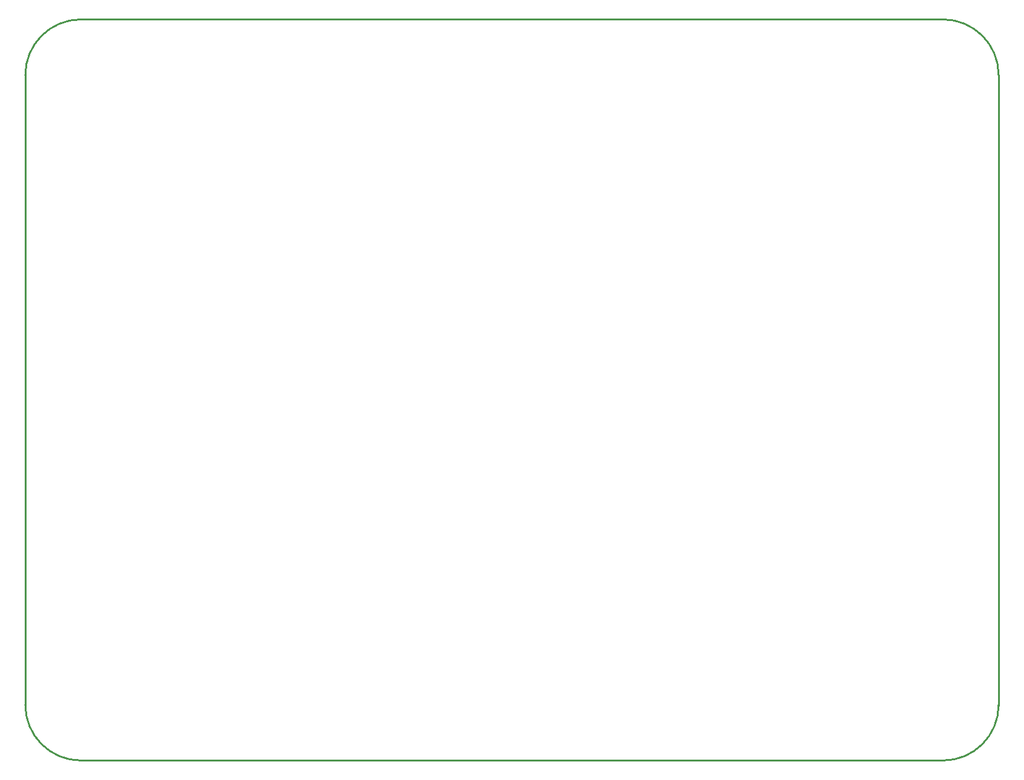
<source format=gko>
G04*
G04 #@! TF.GenerationSoftware,Altium Limited,Altium Designer,24.0.1 (36)*
G04*
G04 Layer_Color=16711935*
%FSLAX44Y44*%
%MOMM*%
G71*
G04*
G04 #@! TF.SameCoordinates,4DCDF883-9DA8-4262-A2DB-AF35F01A7F01*
G04*
G04*
G04 #@! TF.FilePolarity,Positive*
G04*
G01*
G75*
%ADD11C,0.2540*%
D11*
X254000Y330200D02*
G03*
X330200Y254000I76200J0D01*
G01*
X1511300D02*
G03*
X1587500Y330200I0J76200D01*
G01*
Y1193800D02*
G03*
X1511300Y1270000I-76200J0D01*
G01*
X330200D02*
G03*
X254000Y1193800I0J-76200D01*
G01*
X330200Y254000D02*
X1512570D01*
X1587500Y328930D02*
Y1193800D01*
X330200Y1270000D02*
X1511300D01*
X254000Y330200D02*
Y1193800D01*
M02*

</source>
